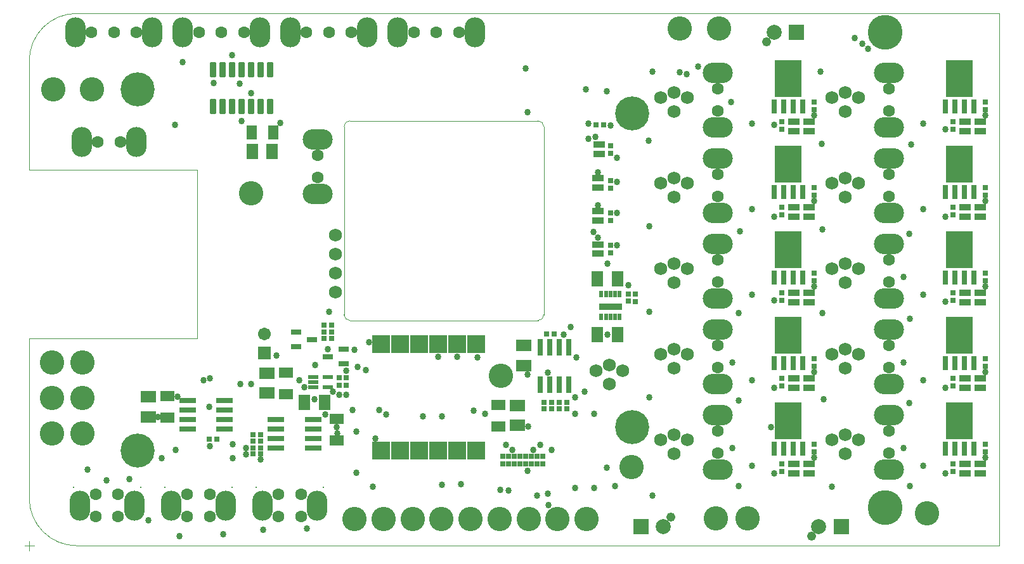
<source format=gts>
G04 Layer_Color=8388736*
%FSLAX25Y25*%
%MOIN*%
G70*
G01*
G75*
%ADD30C,0.00100*%
%ADD67R,0.03162X0.02768*%
%ADD68R,0.03162X0.08556*%
%ADD69R,0.08556X0.03162*%
%ADD70R,0.09800X0.09300*%
G04:AMPARAMS|DCode=71|XSize=82.8mil|YSize=31.62mil|CornerRadius=6.95mil|HoleSize=0mil|Usage=FLASHONLY|Rotation=90.000|XOffset=0mil|YOffset=0mil|HoleType=Round|Shape=RoundedRectangle|*
%AMROUNDEDRECTD71*
21,1,0.08280,0.01772,0,0,90.0*
21,1,0.06890,0.03162,0,0,90.0*
1,1,0.01391,0.00886,0.03445*
1,1,0.01391,0.00886,-0.03445*
1,1,0.01391,-0.00886,-0.03445*
1,1,0.01391,-0.00886,0.03445*
%
%ADD71ROUNDEDRECTD71*%
%ADD72R,0.02768X0.03162*%
%ADD73R,0.03162X0.07178*%
%ADD74R,0.14461X0.19698*%
%ADD75R,0.05918X0.03359*%
%ADD76R,0.07965X0.06469*%
%ADD77R,0.06469X0.07965*%
%ADD78R,0.07769X0.05288*%
%ADD79R,0.05288X0.07769*%
%ADD80R,0.05642X0.03123*%
%ADD81R,0.05406X0.02375*%
%ADD82R,0.01981X0.03359*%
%ADD83R,0.12217X0.03556*%
%ADD84C,0.06300*%
%ADD85O,0.10800X0.15800*%
%ADD86C,0.00800*%
%ADD87C,0.12800*%
%ADD88C,0.07887*%
%ADD89R,0.07887X0.07887*%
%ADD90O,0.15800X0.10800*%
%ADD91C,0.06800*%
%ADD92R,0.06706X0.06706*%
%ADD93C,0.06706*%
%ADD94C,0.17900*%
%ADD95C,0.01981*%
%ADD96C,0.03400*%
%ADD97C,0.04816*%
%ADD98C,0.18300*%
G36*
X308650Y119020D02*
X307075D01*
Y121972D01*
X308650D01*
Y119020D01*
D02*
G37*
G36*
X311012D02*
X309437D01*
Y121972D01*
X311012D01*
Y119020D01*
D02*
G37*
G36*
X306287D02*
X304713D01*
Y121972D01*
X306287D01*
Y119020D01*
D02*
G37*
G36*
X301563D02*
X299988D01*
Y121972D01*
X301563D01*
Y119020D01*
D02*
G37*
G36*
X303925D02*
X302350D01*
Y121972D01*
X303925D01*
Y119020D01*
D02*
G37*
G36*
X311405Y124236D02*
X299594D01*
Y127386D01*
X311405D01*
Y124236D01*
D02*
G37*
G36*
X308650Y131028D02*
X307075D01*
Y133980D01*
X308650D01*
Y131028D01*
D02*
G37*
G36*
X311012D02*
X309437D01*
Y133980D01*
X311012D01*
Y131028D01*
D02*
G37*
G36*
X306287D02*
X304713D01*
Y133980D01*
X306287D01*
Y131028D01*
D02*
G37*
G36*
X301563D02*
X299988D01*
Y133980D01*
X301563D01*
Y131028D01*
D02*
G37*
G36*
X303925D02*
X302350D01*
Y133980D01*
X303925D01*
Y131028D01*
D02*
G37*
D30*
X165500Y121500D02*
G03*
X168500Y118500I3000J0D01*
G01*
X267500D02*
G03*
X270500Y121500I0J3000D01*
G01*
Y220500D02*
G03*
X267500Y223500I-3000J0D01*
G01*
X0Y25000D02*
G03*
X25000Y0I25000J0D01*
G01*
Y280000D02*
G03*
X0Y255000I0J-25000D01*
G01*
X168500Y223500D02*
G03*
X165500Y220500I0J-3000D01*
G01*
X0Y-2500D02*
Y2500D01*
X-2500Y0D02*
X2500D01*
X25000Y280000D02*
X510000D01*
X0Y25000D02*
Y109100D01*
Y197800D02*
Y255000D01*
Y109100D02*
X88300D01*
X0Y197800D02*
X88300D01*
Y109100D02*
Y197800D01*
X270500Y121500D02*
Y220500D01*
X165500Y121500D02*
Y220500D01*
X168500Y118500D02*
X267500D01*
X168500Y223500D02*
X267500D01*
X510000Y0D02*
Y280000D01*
X25000Y0D02*
X510000D01*
D67*
X301937Y221500D02*
D03*
X298000D02*
D03*
X276000Y111500D02*
D03*
X272063D02*
D03*
X270532Y72000D02*
D03*
X274468D02*
D03*
X278532D02*
D03*
X282469D02*
D03*
X274500Y75500D02*
D03*
X270563D02*
D03*
X282469Y75500D02*
D03*
X278532D02*
D03*
X121468Y58500D02*
D03*
X117532D02*
D03*
X117532Y55000D02*
D03*
X121468D02*
D03*
X117532Y48500D02*
D03*
X121468D02*
D03*
X121500Y51500D02*
D03*
X117563D02*
D03*
X94532Y56000D02*
D03*
X98469D02*
D03*
X155063Y109000D02*
D03*
X159000D02*
D03*
X155063Y112500D02*
D03*
X159000D02*
D03*
X155063Y116000D02*
D03*
X159000D02*
D03*
D68*
X268500Y104224D02*
D03*
X273500D02*
D03*
X278500D02*
D03*
X283500D02*
D03*
Y84776D02*
D03*
X278500D02*
D03*
X273500D02*
D03*
X268500D02*
D03*
D69*
X129776Y51500D02*
D03*
Y56500D02*
D03*
Y61500D02*
D03*
Y66500D02*
D03*
X149224D02*
D03*
Y61500D02*
D03*
Y56500D02*
D03*
Y51500D02*
D03*
X83276Y61500D02*
D03*
Y66500D02*
D03*
Y71500D02*
D03*
Y76500D02*
D03*
X102724D02*
D03*
Y71500D02*
D03*
Y66500D02*
D03*
Y61500D02*
D03*
D70*
X235000Y49996D02*
D03*
X225000D02*
D03*
X215000D02*
D03*
X205000D02*
D03*
X195000D02*
D03*
X185000D02*
D03*
Y106000D02*
D03*
X195000D02*
D03*
X205000D02*
D03*
X215000D02*
D03*
X225000D02*
D03*
X235000D02*
D03*
D71*
X96500Y250331D02*
D03*
X101500D02*
D03*
X106500D02*
D03*
X111500D02*
D03*
X116500D02*
D03*
X121500D02*
D03*
X126500D02*
D03*
Y231000D02*
D03*
X121500D02*
D03*
X116500D02*
D03*
X111500D02*
D03*
X106500D02*
D03*
X101500D02*
D03*
X96500D02*
D03*
D72*
X412500Y53469D02*
D03*
Y49531D02*
D03*
X502500Y53469D02*
D03*
Y49531D02*
D03*
X412500Y98469D02*
D03*
Y94532D02*
D03*
X502500Y98469D02*
D03*
Y94532D02*
D03*
X412500Y143468D02*
D03*
Y139532D02*
D03*
X502500Y143468D02*
D03*
Y139532D02*
D03*
X412500Y188469D02*
D03*
Y184531D02*
D03*
X502500Y188469D02*
D03*
Y184531D02*
D03*
X412500Y233469D02*
D03*
Y229532D02*
D03*
X502500Y233469D02*
D03*
Y229532D02*
D03*
X261000Y46968D02*
D03*
Y43031D02*
D03*
X258000Y46968D02*
D03*
Y43031D02*
D03*
X255000Y46968D02*
D03*
Y43031D02*
D03*
X264000Y46968D02*
D03*
Y43031D02*
D03*
X270000Y43031D02*
D03*
Y46968D02*
D03*
X249000Y43031D02*
D03*
Y46968D02*
D03*
X252000Y43031D02*
D03*
Y46968D02*
D03*
X267000Y43031D02*
D03*
Y46968D02*
D03*
X163000Y84531D02*
D03*
Y88468D02*
D03*
X166500Y88468D02*
D03*
Y84531D02*
D03*
X305500Y171031D02*
D03*
Y174969D02*
D03*
Y154032D02*
D03*
Y157968D02*
D03*
Y188031D02*
D03*
Y191969D02*
D03*
Y206532D02*
D03*
Y210469D02*
D03*
X485500Y222969D02*
D03*
Y219032D02*
D03*
X395500Y222969D02*
D03*
Y219032D02*
D03*
X485500Y177969D02*
D03*
Y174031D02*
D03*
X395500Y177969D02*
D03*
Y174031D02*
D03*
X485500Y132968D02*
D03*
Y129032D02*
D03*
X395500Y132968D02*
D03*
Y129032D02*
D03*
X485500Y87968D02*
D03*
Y84031D02*
D03*
X395500Y87968D02*
D03*
Y84031D02*
D03*
X485500Y42968D02*
D03*
Y39031D02*
D03*
X395500Y42968D02*
D03*
Y39031D02*
D03*
X318500Y128532D02*
D03*
Y132468D02*
D03*
X315000Y132500D02*
D03*
Y128563D02*
D03*
D73*
X391500Y51201D02*
D03*
X396500D02*
D03*
X401500D02*
D03*
X406500D02*
D03*
X481500D02*
D03*
X486500D02*
D03*
X491500D02*
D03*
X496500D02*
D03*
X391500Y96201D02*
D03*
X396500D02*
D03*
X401500D02*
D03*
X406500D02*
D03*
X481500D02*
D03*
X486500D02*
D03*
X491500D02*
D03*
X496500D02*
D03*
X391500Y141201D02*
D03*
X396500D02*
D03*
X401500D02*
D03*
X406500D02*
D03*
X481500D02*
D03*
X486500D02*
D03*
X491500D02*
D03*
X496500D02*
D03*
X391500Y186201D02*
D03*
X396500D02*
D03*
X401500D02*
D03*
X406500D02*
D03*
X481500D02*
D03*
X486500D02*
D03*
X491500D02*
D03*
X496500D02*
D03*
X391500Y231201D02*
D03*
X396500D02*
D03*
X401500D02*
D03*
X406500D02*
D03*
X481500D02*
D03*
X486500D02*
D03*
X491500D02*
D03*
X496500D02*
D03*
D74*
X399000Y65807D02*
D03*
X489000D02*
D03*
X399000Y110807D02*
D03*
X489000D02*
D03*
X399000Y155807D02*
D03*
X489000D02*
D03*
X399000Y200807D02*
D03*
X489000D02*
D03*
X399000Y245807D02*
D03*
X489000D02*
D03*
D75*
X402000Y38000D02*
D03*
Y42921D02*
D03*
X492000D02*
D03*
Y38000D02*
D03*
X402000Y83000D02*
D03*
Y87921D02*
D03*
X492000D02*
D03*
Y83000D02*
D03*
X402000Y128000D02*
D03*
Y132921D02*
D03*
X492000D02*
D03*
Y128000D02*
D03*
X402000Y173000D02*
D03*
Y177921D02*
D03*
X492000D02*
D03*
Y173000D02*
D03*
X402000Y218000D02*
D03*
Y222921D02*
D03*
X492000D02*
D03*
Y218000D02*
D03*
X500000Y223000D02*
D03*
Y218079D02*
D03*
X299000Y153579D02*
D03*
Y158500D02*
D03*
Y175974D02*
D03*
Y171053D02*
D03*
Y188526D02*
D03*
Y193447D02*
D03*
X299500Y210921D02*
D03*
Y206000D02*
D03*
X410000Y218079D02*
D03*
Y223000D02*
D03*
X500000Y178000D02*
D03*
Y173079D02*
D03*
X410000D02*
D03*
Y178000D02*
D03*
X500000Y133000D02*
D03*
Y128079D02*
D03*
X410000D02*
D03*
Y133000D02*
D03*
X500000Y88000D02*
D03*
Y83079D02*
D03*
X410000D02*
D03*
Y88000D02*
D03*
X500000Y43000D02*
D03*
Y38079D02*
D03*
X410000D02*
D03*
Y43000D02*
D03*
D76*
X260000Y105260D02*
D03*
Y94740D02*
D03*
X256500Y73760D02*
D03*
Y63240D02*
D03*
X62500Y67740D02*
D03*
Y78260D02*
D03*
X125000Y90760D02*
D03*
Y80240D02*
D03*
D77*
X155260Y75500D02*
D03*
X144740D02*
D03*
X117240Y207500D02*
D03*
X127760D02*
D03*
X309260Y111000D02*
D03*
X298740D02*
D03*
X309260Y140500D02*
D03*
X298740D02*
D03*
D78*
X161500Y66669D02*
D03*
Y55331D02*
D03*
X246500Y74169D02*
D03*
Y62831D02*
D03*
X72500Y67331D02*
D03*
Y78669D02*
D03*
X135000Y79831D02*
D03*
Y91169D02*
D03*
D79*
X116831Y217500D02*
D03*
X128169D02*
D03*
D80*
X165173Y95760D02*
D03*
Y103240D02*
D03*
X156827Y99500D02*
D03*
X140327Y112240D02*
D03*
Y104760D02*
D03*
X148673Y108500D02*
D03*
D81*
X149181Y88559D02*
D03*
Y86000D02*
D03*
Y83441D02*
D03*
X156819D02*
D03*
Y88559D02*
D03*
D82*
X300776Y120496D02*
D03*
X303138D02*
D03*
X305500D02*
D03*
X307862D02*
D03*
X310224D02*
D03*
Y132504D02*
D03*
X307862D02*
D03*
X305500D02*
D03*
X303138D02*
D03*
X300776D02*
D03*
D83*
X305500Y125811D02*
D03*
D84*
X34950Y27106D02*
D03*
X46750D02*
D03*
Y15294D02*
D03*
X34950D02*
D03*
X452000Y240400D02*
D03*
Y228600D02*
D03*
X131100Y27106D02*
D03*
X142900D02*
D03*
Y15294D02*
D03*
X131100D02*
D03*
X151500Y205400D02*
D03*
Y193600D02*
D03*
X83000Y27106D02*
D03*
X94800D02*
D03*
Y15294D02*
D03*
X83000D02*
D03*
X36100Y212500D02*
D03*
X47900D02*
D03*
X225800Y270000D02*
D03*
X202200D02*
D03*
X214000D02*
D03*
X169300D02*
D03*
X145700D02*
D03*
X157500D02*
D03*
X112800D02*
D03*
X89200D02*
D03*
X101000D02*
D03*
X56300D02*
D03*
X32700D02*
D03*
X44500D02*
D03*
X362000Y240400D02*
D03*
Y228600D02*
D03*
X452000Y195400D02*
D03*
Y183600D02*
D03*
X362000Y195400D02*
D03*
Y183600D02*
D03*
X452000Y150400D02*
D03*
Y138600D02*
D03*
X362000Y150400D02*
D03*
Y138600D02*
D03*
X452000Y105400D02*
D03*
Y93600D02*
D03*
X362000Y105400D02*
D03*
Y93600D02*
D03*
X452000Y60400D02*
D03*
Y48600D02*
D03*
X362000Y60400D02*
D03*
Y48600D02*
D03*
D85*
X55200Y21200D02*
D03*
X26500D02*
D03*
X151350D02*
D03*
X122650D02*
D03*
X103250D02*
D03*
X74550D02*
D03*
X27650Y212500D02*
D03*
X56350D02*
D03*
X193750Y270000D02*
D03*
X234250D02*
D03*
X137250D02*
D03*
X177750D02*
D03*
X80750D02*
D03*
X121250D02*
D03*
X24250D02*
D03*
X64750D02*
D03*
D86*
X23150Y30800D02*
D03*
X58550D02*
D03*
X119300D02*
D03*
X154700D02*
D03*
X71200D02*
D03*
X106600D02*
D03*
D87*
X116500Y185500D02*
D03*
X316500Y41500D02*
D03*
X248000Y89500D02*
D03*
X28000Y96500D02*
D03*
X27800Y77650D02*
D03*
X11800D02*
D03*
X27800Y59000D02*
D03*
X11800D02*
D03*
X362500Y272000D02*
D03*
X342000D02*
D03*
X277750Y14000D02*
D03*
X262500D02*
D03*
X247250D02*
D03*
X293000D02*
D03*
X12000Y96500D02*
D03*
X186250Y14000D02*
D03*
X12500Y240000D02*
D03*
X171000Y14000D02*
D03*
X216750D02*
D03*
X232000D02*
D03*
X201500D02*
D03*
X377500Y14500D02*
D03*
X33000Y240000D02*
D03*
X361000Y14500D02*
D03*
X472000Y17000D02*
D03*
D88*
X415095Y10000D02*
D03*
X391595Y270000D02*
D03*
X333405Y10000D02*
D03*
D89*
X426905D02*
D03*
X403406Y270000D02*
D03*
X321595Y10000D02*
D03*
D90*
X452000Y248850D02*
D03*
Y220150D02*
D03*
X151500Y213850D02*
D03*
Y185150D02*
D03*
X362000Y248850D02*
D03*
Y220150D02*
D03*
X452000Y203850D02*
D03*
Y175150D02*
D03*
X362000Y203850D02*
D03*
Y175150D02*
D03*
X452000Y158850D02*
D03*
Y130150D02*
D03*
X362000Y158850D02*
D03*
Y130150D02*
D03*
X452000Y113850D02*
D03*
Y85150D02*
D03*
X362000Y113850D02*
D03*
Y85150D02*
D03*
X452000Y68850D02*
D03*
Y40150D02*
D03*
X362000Y68850D02*
D03*
Y40150D02*
D03*
D91*
X339000Y228500D02*
D03*
X346071Y235571D02*
D03*
X331929D02*
D03*
X339000Y238500D02*
D03*
X161000Y163500D02*
D03*
Y133500D02*
D03*
Y143500D02*
D03*
Y153500D02*
D03*
X305000Y85000D02*
D03*
X312071Y92071D02*
D03*
X297929D02*
D03*
X305000Y95000D02*
D03*
X429000Y238500D02*
D03*
X421929Y235571D02*
D03*
X436071D02*
D03*
X429000Y228500D02*
D03*
Y193500D02*
D03*
X421929Y190571D02*
D03*
X436071D02*
D03*
X429000Y183500D02*
D03*
X339000D02*
D03*
X346071Y190571D02*
D03*
X331929D02*
D03*
X339000Y193500D02*
D03*
X429000Y148500D02*
D03*
X421929Y145571D02*
D03*
X436071D02*
D03*
X429000Y138500D02*
D03*
X339000D02*
D03*
X346071Y145571D02*
D03*
X331929D02*
D03*
X339000Y148500D02*
D03*
X429000Y103500D02*
D03*
X421929Y100571D02*
D03*
X436071D02*
D03*
X429000Y93500D02*
D03*
Y58500D02*
D03*
X421929Y55571D02*
D03*
X436071D02*
D03*
X429000Y48500D02*
D03*
X339000D02*
D03*
X346071Y55571D02*
D03*
X331929D02*
D03*
X339000Y58500D02*
D03*
Y93500D02*
D03*
X346071Y100571D02*
D03*
X331929D02*
D03*
X339000Y103500D02*
D03*
D92*
X123500Y101500D02*
D03*
D93*
Y111500D02*
D03*
D94*
X316900Y227500D02*
D03*
X56900Y240000D02*
D03*
X316900Y62500D02*
D03*
X56900Y50000D02*
D03*
D95*
X305500Y125811D02*
D03*
X309555D02*
D03*
X301445D02*
D03*
D96*
X114000Y51500D02*
D03*
Y48000D02*
D03*
X121500Y45500D02*
D03*
X107000Y53500D02*
D03*
Y46000D02*
D03*
X79000Y5000D02*
D03*
X102000Y6000D02*
D03*
X146000Y9000D02*
D03*
X123000Y8500D02*
D03*
X62500Y13500D02*
D03*
X52500Y35000D02*
D03*
X30500Y40000D02*
D03*
X40500Y34500D02*
D03*
X296500Y165000D02*
D03*
X463000Y119500D02*
D03*
X462500Y164000D02*
D03*
X345500Y247965D02*
D03*
X342000Y249000D02*
D03*
X305500Y221000D02*
D03*
X303500Y239000D02*
D03*
X292500Y240000D02*
D03*
X463000Y31500D02*
D03*
X463500Y211000D02*
D03*
X462500Y75000D02*
D03*
X373000Y122500D02*
D03*
X373500Y165500D02*
D03*
X247500Y29500D02*
D03*
X142000Y87000D02*
D03*
X157500Y123000D02*
D03*
X239750Y69500D02*
D03*
X162000Y59000D02*
D03*
X262331Y62831D02*
D03*
X391500Y129000D02*
D03*
X481500Y219000D02*
D03*
Y173000D02*
D03*
Y128500D02*
D03*
Y83000D02*
D03*
X390000Y62500D02*
D03*
X159500Y81000D02*
D03*
X215000Y99500D02*
D03*
X391500Y173000D02*
D03*
Y221500D02*
D03*
X67500Y67740D02*
D03*
X78000Y78260D02*
D03*
X130000Y100000D02*
D03*
X94500Y73000D02*
D03*
X161500Y62500D02*
D03*
X170000Y71500D02*
D03*
X150000Y77000D02*
D03*
X274500Y50500D02*
D03*
X273000Y21500D02*
D03*
X180500Y31000D02*
D03*
X69500Y46000D02*
D03*
X327500Y249500D02*
D03*
X416000D02*
D03*
X412500Y226500D02*
D03*
X380000Y222000D02*
D03*
X369500Y96500D02*
D03*
Y51500D02*
D03*
X261000Y251000D02*
D03*
X441000Y261500D02*
D03*
X434000Y267000D02*
D03*
X438000Y264000D02*
D03*
X459500Y141500D02*
D03*
Y96500D02*
D03*
Y51500D02*
D03*
X304000Y111000D02*
D03*
Y148500D02*
D03*
X309000Y191532D02*
D03*
X309000Y158000D02*
D03*
X299000Y179000D02*
D03*
X309000Y175000D02*
D03*
X262000Y39500D02*
D03*
X144500Y83500D02*
D03*
X254000Y50500D02*
D03*
X265000D02*
D03*
X250500Y53000D02*
D03*
X268500D02*
D03*
X182000Y56500D02*
D03*
X116500Y85000D02*
D03*
X111000D02*
D03*
X95000Y88000D02*
D03*
X91500Y87000D02*
D03*
X97000Y243500D02*
D03*
X373000Y31500D02*
D03*
X76500Y221500D02*
D03*
X110500Y243000D02*
D03*
X281000Y111000D02*
D03*
X284500Y115000D02*
D03*
X292000Y81000D02*
D03*
X166500Y92000D02*
D03*
X287500Y99000D02*
D03*
X272500Y91000D02*
D03*
X111500Y223500D02*
D03*
X106500Y258000D02*
D03*
X177000Y92500D02*
D03*
X172500Y94000D02*
D03*
X391500Y38000D02*
D03*
X412500Y46500D02*
D03*
X326000Y78000D02*
D03*
X262000Y228000D02*
D03*
X80500Y254500D02*
D03*
X116500Y238000D02*
D03*
X187500Y69000D02*
D03*
X235500Y99000D02*
D03*
X225000Y99500D02*
D03*
X172000Y60000D02*
D03*
Y38500D02*
D03*
X315000Y137000D02*
D03*
X308000Y31500D02*
D03*
X391500Y83000D02*
D03*
X481500Y38000D02*
D03*
X470000Y222000D02*
D03*
X502500Y226500D02*
D03*
X76900Y50500D02*
D03*
X163000Y79500D02*
D03*
X166500D02*
D03*
X171000Y103000D02*
D03*
X95000Y52500D02*
D03*
X150209Y95169D02*
D03*
X178500Y107000D02*
D03*
X132000Y222500D02*
D03*
X287000Y78000D02*
D03*
X262000Y90000D02*
D03*
X287000Y30500D02*
D03*
X297000D02*
D03*
X286800Y69500D02*
D03*
X296800D02*
D03*
X217000Y32000D02*
D03*
X227000Y32500D02*
D03*
X217000Y68000D02*
D03*
X207000D02*
D03*
X380000Y42000D02*
D03*
X470000D02*
D03*
X502500Y46500D02*
D03*
X380000Y87000D02*
D03*
X412500Y91500D02*
D03*
X470000Y87000D02*
D03*
X502500Y91500D02*
D03*
X380000Y132000D02*
D03*
X412500Y136500D02*
D03*
X470000Y132000D02*
D03*
X502500Y136500D02*
D03*
X380000Y177000D02*
D03*
X470000D02*
D03*
X502500Y181500D02*
D03*
X299000Y162000D02*
D03*
Y196421D02*
D03*
X252000Y29000D02*
D03*
X267000Y26500D02*
D03*
X272500Y27500D02*
D03*
X373000Y76500D02*
D03*
X351500Y252000D02*
D03*
X369000Y233500D02*
D03*
X412500Y181500D02*
D03*
X233500Y71000D02*
D03*
X184000Y71500D02*
D03*
X422000Y31000D02*
D03*
X309000Y204000D02*
D03*
X294000Y222000D02*
D03*
Y214000D02*
D03*
X297500Y215000D02*
D03*
X303500Y41000D02*
D03*
X155500Y69000D02*
D03*
X157000Y103500D02*
D03*
X327500Y26500D02*
D03*
X417500Y77000D02*
D03*
X417000Y122500D02*
D03*
Y166500D02*
D03*
X416500Y211500D02*
D03*
X325500Y213000D02*
D03*
X326000Y168000D02*
D03*
Y123000D02*
D03*
D97*
X411236Y4961D02*
D03*
X387736Y264961D02*
D03*
X337264Y15039D02*
D03*
D98*
X450000Y270000D02*
D03*
Y20000D02*
D03*
M02*

</source>
